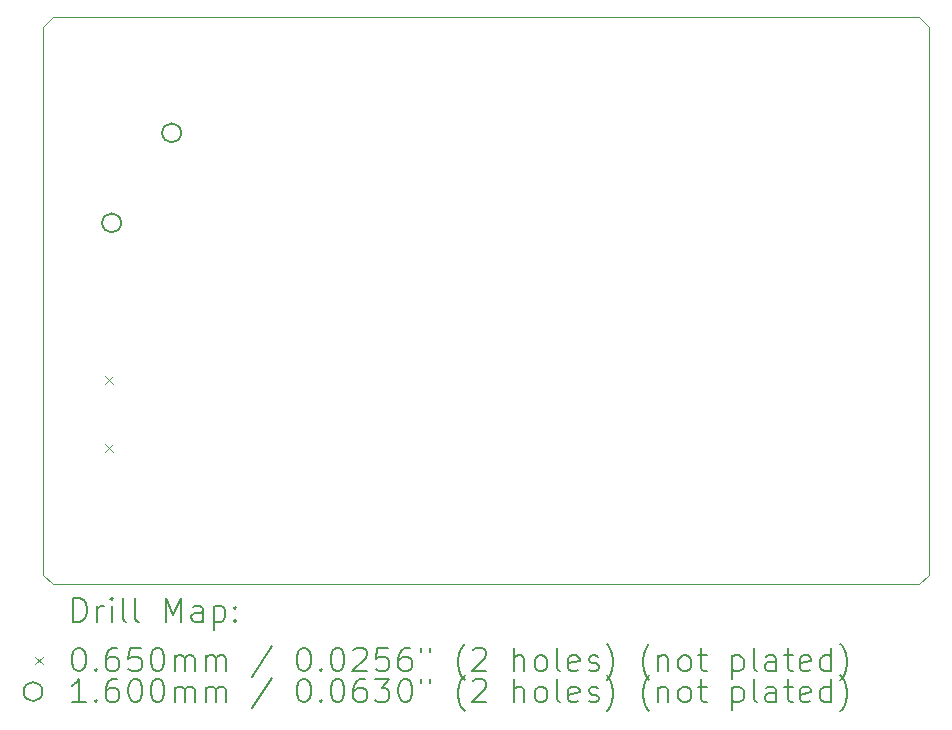
<source format=gbr>
%TF.GenerationSoftware,KiCad,Pcbnew,7.0.10*%
%TF.CreationDate,2024-02-24T17:37:48+01:00*%
%TF.ProjectId,rp2040-board,72703230-3430-42d6-926f-6172642e6b69,rev?*%
%TF.SameCoordinates,Original*%
%TF.FileFunction,Drillmap*%
%TF.FilePolarity,Positive*%
%FSLAX45Y45*%
G04 Gerber Fmt 4.5, Leading zero omitted, Abs format (unit mm)*
G04 Created by KiCad (PCBNEW 7.0.10) date 2024-02-24 17:37:48*
%MOMM*%
%LPD*%
G01*
G04 APERTURE LIST*
%ADD10C,0.100000*%
%ADD11C,0.200000*%
%ADD12C,0.160000*%
G04 APERTURE END LIST*
D10*
X10000000Y-11920000D02*
X10080000Y-12000000D01*
X10080000Y-12000000D02*
X17420000Y-12000000D01*
X17420000Y-12000000D02*
X17500000Y-11920000D01*
X17500000Y-7280000D02*
X17420000Y-7200000D01*
X17500000Y-11920000D02*
X17500000Y-7280000D01*
X10000000Y-7280000D02*
X10000000Y-11920000D01*
X17420000Y-7200000D02*
X10080000Y-7200000D01*
X10000000Y-7280000D02*
X10080000Y-7200000D01*
D11*
D10*
X10528000Y-10238500D02*
X10593000Y-10303500D01*
X10593000Y-10238500D02*
X10528000Y-10303500D01*
X10528000Y-10816500D02*
X10593000Y-10881500D01*
X10593000Y-10816500D02*
X10528000Y-10881500D01*
D12*
X10660000Y-8940000D02*
G75*
G03*
X10500000Y-8940000I-80000J0D01*
G01*
X10500000Y-8940000D02*
G75*
G03*
X10660000Y-8940000I80000J0D01*
G01*
X11168000Y-8178000D02*
G75*
G03*
X11008000Y-8178000I-80000J0D01*
G01*
X11008000Y-8178000D02*
G75*
G03*
X11168000Y-8178000I80000J0D01*
G01*
D11*
X10255777Y-12316484D02*
X10255777Y-12116484D01*
X10255777Y-12116484D02*
X10303396Y-12116484D01*
X10303396Y-12116484D02*
X10331967Y-12126008D01*
X10331967Y-12126008D02*
X10351015Y-12145055D01*
X10351015Y-12145055D02*
X10360539Y-12164103D01*
X10360539Y-12164103D02*
X10370063Y-12202198D01*
X10370063Y-12202198D02*
X10370063Y-12230769D01*
X10370063Y-12230769D02*
X10360539Y-12268865D01*
X10360539Y-12268865D02*
X10351015Y-12287912D01*
X10351015Y-12287912D02*
X10331967Y-12306960D01*
X10331967Y-12306960D02*
X10303396Y-12316484D01*
X10303396Y-12316484D02*
X10255777Y-12316484D01*
X10455777Y-12316484D02*
X10455777Y-12183150D01*
X10455777Y-12221246D02*
X10465301Y-12202198D01*
X10465301Y-12202198D02*
X10474824Y-12192674D01*
X10474824Y-12192674D02*
X10493872Y-12183150D01*
X10493872Y-12183150D02*
X10512920Y-12183150D01*
X10579586Y-12316484D02*
X10579586Y-12183150D01*
X10579586Y-12116484D02*
X10570063Y-12126008D01*
X10570063Y-12126008D02*
X10579586Y-12135531D01*
X10579586Y-12135531D02*
X10589110Y-12126008D01*
X10589110Y-12126008D02*
X10579586Y-12116484D01*
X10579586Y-12116484D02*
X10579586Y-12135531D01*
X10703396Y-12316484D02*
X10684348Y-12306960D01*
X10684348Y-12306960D02*
X10674824Y-12287912D01*
X10674824Y-12287912D02*
X10674824Y-12116484D01*
X10808158Y-12316484D02*
X10789110Y-12306960D01*
X10789110Y-12306960D02*
X10779586Y-12287912D01*
X10779586Y-12287912D02*
X10779586Y-12116484D01*
X11036729Y-12316484D02*
X11036729Y-12116484D01*
X11036729Y-12116484D02*
X11103396Y-12259341D01*
X11103396Y-12259341D02*
X11170063Y-12116484D01*
X11170063Y-12116484D02*
X11170063Y-12316484D01*
X11351015Y-12316484D02*
X11351015Y-12211722D01*
X11351015Y-12211722D02*
X11341491Y-12192674D01*
X11341491Y-12192674D02*
X11322443Y-12183150D01*
X11322443Y-12183150D02*
X11284348Y-12183150D01*
X11284348Y-12183150D02*
X11265301Y-12192674D01*
X11351015Y-12306960D02*
X11331967Y-12316484D01*
X11331967Y-12316484D02*
X11284348Y-12316484D01*
X11284348Y-12316484D02*
X11265301Y-12306960D01*
X11265301Y-12306960D02*
X11255777Y-12287912D01*
X11255777Y-12287912D02*
X11255777Y-12268865D01*
X11255777Y-12268865D02*
X11265301Y-12249817D01*
X11265301Y-12249817D02*
X11284348Y-12240293D01*
X11284348Y-12240293D02*
X11331967Y-12240293D01*
X11331967Y-12240293D02*
X11351015Y-12230769D01*
X11446253Y-12183150D02*
X11446253Y-12383150D01*
X11446253Y-12192674D02*
X11465301Y-12183150D01*
X11465301Y-12183150D02*
X11503396Y-12183150D01*
X11503396Y-12183150D02*
X11522443Y-12192674D01*
X11522443Y-12192674D02*
X11531967Y-12202198D01*
X11531967Y-12202198D02*
X11541491Y-12221246D01*
X11541491Y-12221246D02*
X11541491Y-12278388D01*
X11541491Y-12278388D02*
X11531967Y-12297436D01*
X11531967Y-12297436D02*
X11522443Y-12306960D01*
X11522443Y-12306960D02*
X11503396Y-12316484D01*
X11503396Y-12316484D02*
X11465301Y-12316484D01*
X11465301Y-12316484D02*
X11446253Y-12306960D01*
X11627205Y-12297436D02*
X11636729Y-12306960D01*
X11636729Y-12306960D02*
X11627205Y-12316484D01*
X11627205Y-12316484D02*
X11617682Y-12306960D01*
X11617682Y-12306960D02*
X11627205Y-12297436D01*
X11627205Y-12297436D02*
X11627205Y-12316484D01*
X11627205Y-12192674D02*
X11636729Y-12202198D01*
X11636729Y-12202198D02*
X11627205Y-12211722D01*
X11627205Y-12211722D02*
X11617682Y-12202198D01*
X11617682Y-12202198D02*
X11627205Y-12192674D01*
X11627205Y-12192674D02*
X11627205Y-12211722D01*
D10*
X9930000Y-12612500D02*
X9995000Y-12677500D01*
X9995000Y-12612500D02*
X9930000Y-12677500D01*
D11*
X10293872Y-12536484D02*
X10312920Y-12536484D01*
X10312920Y-12536484D02*
X10331967Y-12546008D01*
X10331967Y-12546008D02*
X10341491Y-12555531D01*
X10341491Y-12555531D02*
X10351015Y-12574579D01*
X10351015Y-12574579D02*
X10360539Y-12612674D01*
X10360539Y-12612674D02*
X10360539Y-12660293D01*
X10360539Y-12660293D02*
X10351015Y-12698388D01*
X10351015Y-12698388D02*
X10341491Y-12717436D01*
X10341491Y-12717436D02*
X10331967Y-12726960D01*
X10331967Y-12726960D02*
X10312920Y-12736484D01*
X10312920Y-12736484D02*
X10293872Y-12736484D01*
X10293872Y-12736484D02*
X10274824Y-12726960D01*
X10274824Y-12726960D02*
X10265301Y-12717436D01*
X10265301Y-12717436D02*
X10255777Y-12698388D01*
X10255777Y-12698388D02*
X10246253Y-12660293D01*
X10246253Y-12660293D02*
X10246253Y-12612674D01*
X10246253Y-12612674D02*
X10255777Y-12574579D01*
X10255777Y-12574579D02*
X10265301Y-12555531D01*
X10265301Y-12555531D02*
X10274824Y-12546008D01*
X10274824Y-12546008D02*
X10293872Y-12536484D01*
X10446253Y-12717436D02*
X10455777Y-12726960D01*
X10455777Y-12726960D02*
X10446253Y-12736484D01*
X10446253Y-12736484D02*
X10436729Y-12726960D01*
X10436729Y-12726960D02*
X10446253Y-12717436D01*
X10446253Y-12717436D02*
X10446253Y-12736484D01*
X10627205Y-12536484D02*
X10589110Y-12536484D01*
X10589110Y-12536484D02*
X10570063Y-12546008D01*
X10570063Y-12546008D02*
X10560539Y-12555531D01*
X10560539Y-12555531D02*
X10541491Y-12584103D01*
X10541491Y-12584103D02*
X10531967Y-12622198D01*
X10531967Y-12622198D02*
X10531967Y-12698388D01*
X10531967Y-12698388D02*
X10541491Y-12717436D01*
X10541491Y-12717436D02*
X10551015Y-12726960D01*
X10551015Y-12726960D02*
X10570063Y-12736484D01*
X10570063Y-12736484D02*
X10608158Y-12736484D01*
X10608158Y-12736484D02*
X10627205Y-12726960D01*
X10627205Y-12726960D02*
X10636729Y-12717436D01*
X10636729Y-12717436D02*
X10646253Y-12698388D01*
X10646253Y-12698388D02*
X10646253Y-12650769D01*
X10646253Y-12650769D02*
X10636729Y-12631722D01*
X10636729Y-12631722D02*
X10627205Y-12622198D01*
X10627205Y-12622198D02*
X10608158Y-12612674D01*
X10608158Y-12612674D02*
X10570063Y-12612674D01*
X10570063Y-12612674D02*
X10551015Y-12622198D01*
X10551015Y-12622198D02*
X10541491Y-12631722D01*
X10541491Y-12631722D02*
X10531967Y-12650769D01*
X10827205Y-12536484D02*
X10731967Y-12536484D01*
X10731967Y-12536484D02*
X10722444Y-12631722D01*
X10722444Y-12631722D02*
X10731967Y-12622198D01*
X10731967Y-12622198D02*
X10751015Y-12612674D01*
X10751015Y-12612674D02*
X10798634Y-12612674D01*
X10798634Y-12612674D02*
X10817682Y-12622198D01*
X10817682Y-12622198D02*
X10827205Y-12631722D01*
X10827205Y-12631722D02*
X10836729Y-12650769D01*
X10836729Y-12650769D02*
X10836729Y-12698388D01*
X10836729Y-12698388D02*
X10827205Y-12717436D01*
X10827205Y-12717436D02*
X10817682Y-12726960D01*
X10817682Y-12726960D02*
X10798634Y-12736484D01*
X10798634Y-12736484D02*
X10751015Y-12736484D01*
X10751015Y-12736484D02*
X10731967Y-12726960D01*
X10731967Y-12726960D02*
X10722444Y-12717436D01*
X10960539Y-12536484D02*
X10979586Y-12536484D01*
X10979586Y-12536484D02*
X10998634Y-12546008D01*
X10998634Y-12546008D02*
X11008158Y-12555531D01*
X11008158Y-12555531D02*
X11017682Y-12574579D01*
X11017682Y-12574579D02*
X11027205Y-12612674D01*
X11027205Y-12612674D02*
X11027205Y-12660293D01*
X11027205Y-12660293D02*
X11017682Y-12698388D01*
X11017682Y-12698388D02*
X11008158Y-12717436D01*
X11008158Y-12717436D02*
X10998634Y-12726960D01*
X10998634Y-12726960D02*
X10979586Y-12736484D01*
X10979586Y-12736484D02*
X10960539Y-12736484D01*
X10960539Y-12736484D02*
X10941491Y-12726960D01*
X10941491Y-12726960D02*
X10931967Y-12717436D01*
X10931967Y-12717436D02*
X10922444Y-12698388D01*
X10922444Y-12698388D02*
X10912920Y-12660293D01*
X10912920Y-12660293D02*
X10912920Y-12612674D01*
X10912920Y-12612674D02*
X10922444Y-12574579D01*
X10922444Y-12574579D02*
X10931967Y-12555531D01*
X10931967Y-12555531D02*
X10941491Y-12546008D01*
X10941491Y-12546008D02*
X10960539Y-12536484D01*
X11112920Y-12736484D02*
X11112920Y-12603150D01*
X11112920Y-12622198D02*
X11122444Y-12612674D01*
X11122444Y-12612674D02*
X11141491Y-12603150D01*
X11141491Y-12603150D02*
X11170063Y-12603150D01*
X11170063Y-12603150D02*
X11189110Y-12612674D01*
X11189110Y-12612674D02*
X11198634Y-12631722D01*
X11198634Y-12631722D02*
X11198634Y-12736484D01*
X11198634Y-12631722D02*
X11208158Y-12612674D01*
X11208158Y-12612674D02*
X11227205Y-12603150D01*
X11227205Y-12603150D02*
X11255777Y-12603150D01*
X11255777Y-12603150D02*
X11274824Y-12612674D01*
X11274824Y-12612674D02*
X11284348Y-12631722D01*
X11284348Y-12631722D02*
X11284348Y-12736484D01*
X11379586Y-12736484D02*
X11379586Y-12603150D01*
X11379586Y-12622198D02*
X11389110Y-12612674D01*
X11389110Y-12612674D02*
X11408158Y-12603150D01*
X11408158Y-12603150D02*
X11436729Y-12603150D01*
X11436729Y-12603150D02*
X11455777Y-12612674D01*
X11455777Y-12612674D02*
X11465301Y-12631722D01*
X11465301Y-12631722D02*
X11465301Y-12736484D01*
X11465301Y-12631722D02*
X11474824Y-12612674D01*
X11474824Y-12612674D02*
X11493872Y-12603150D01*
X11493872Y-12603150D02*
X11522443Y-12603150D01*
X11522443Y-12603150D02*
X11541491Y-12612674D01*
X11541491Y-12612674D02*
X11551015Y-12631722D01*
X11551015Y-12631722D02*
X11551015Y-12736484D01*
X11941491Y-12526960D02*
X11770063Y-12784103D01*
X12198634Y-12536484D02*
X12217682Y-12536484D01*
X12217682Y-12536484D02*
X12236729Y-12546008D01*
X12236729Y-12546008D02*
X12246253Y-12555531D01*
X12246253Y-12555531D02*
X12255777Y-12574579D01*
X12255777Y-12574579D02*
X12265301Y-12612674D01*
X12265301Y-12612674D02*
X12265301Y-12660293D01*
X12265301Y-12660293D02*
X12255777Y-12698388D01*
X12255777Y-12698388D02*
X12246253Y-12717436D01*
X12246253Y-12717436D02*
X12236729Y-12726960D01*
X12236729Y-12726960D02*
X12217682Y-12736484D01*
X12217682Y-12736484D02*
X12198634Y-12736484D01*
X12198634Y-12736484D02*
X12179586Y-12726960D01*
X12179586Y-12726960D02*
X12170063Y-12717436D01*
X12170063Y-12717436D02*
X12160539Y-12698388D01*
X12160539Y-12698388D02*
X12151015Y-12660293D01*
X12151015Y-12660293D02*
X12151015Y-12612674D01*
X12151015Y-12612674D02*
X12160539Y-12574579D01*
X12160539Y-12574579D02*
X12170063Y-12555531D01*
X12170063Y-12555531D02*
X12179586Y-12546008D01*
X12179586Y-12546008D02*
X12198634Y-12536484D01*
X12351015Y-12717436D02*
X12360539Y-12726960D01*
X12360539Y-12726960D02*
X12351015Y-12736484D01*
X12351015Y-12736484D02*
X12341491Y-12726960D01*
X12341491Y-12726960D02*
X12351015Y-12717436D01*
X12351015Y-12717436D02*
X12351015Y-12736484D01*
X12484348Y-12536484D02*
X12503396Y-12536484D01*
X12503396Y-12536484D02*
X12522444Y-12546008D01*
X12522444Y-12546008D02*
X12531967Y-12555531D01*
X12531967Y-12555531D02*
X12541491Y-12574579D01*
X12541491Y-12574579D02*
X12551015Y-12612674D01*
X12551015Y-12612674D02*
X12551015Y-12660293D01*
X12551015Y-12660293D02*
X12541491Y-12698388D01*
X12541491Y-12698388D02*
X12531967Y-12717436D01*
X12531967Y-12717436D02*
X12522444Y-12726960D01*
X12522444Y-12726960D02*
X12503396Y-12736484D01*
X12503396Y-12736484D02*
X12484348Y-12736484D01*
X12484348Y-12736484D02*
X12465301Y-12726960D01*
X12465301Y-12726960D02*
X12455777Y-12717436D01*
X12455777Y-12717436D02*
X12446253Y-12698388D01*
X12446253Y-12698388D02*
X12436729Y-12660293D01*
X12436729Y-12660293D02*
X12436729Y-12612674D01*
X12436729Y-12612674D02*
X12446253Y-12574579D01*
X12446253Y-12574579D02*
X12455777Y-12555531D01*
X12455777Y-12555531D02*
X12465301Y-12546008D01*
X12465301Y-12546008D02*
X12484348Y-12536484D01*
X12627206Y-12555531D02*
X12636729Y-12546008D01*
X12636729Y-12546008D02*
X12655777Y-12536484D01*
X12655777Y-12536484D02*
X12703396Y-12536484D01*
X12703396Y-12536484D02*
X12722444Y-12546008D01*
X12722444Y-12546008D02*
X12731967Y-12555531D01*
X12731967Y-12555531D02*
X12741491Y-12574579D01*
X12741491Y-12574579D02*
X12741491Y-12593627D01*
X12741491Y-12593627D02*
X12731967Y-12622198D01*
X12731967Y-12622198D02*
X12617682Y-12736484D01*
X12617682Y-12736484D02*
X12741491Y-12736484D01*
X12922444Y-12536484D02*
X12827206Y-12536484D01*
X12827206Y-12536484D02*
X12817682Y-12631722D01*
X12817682Y-12631722D02*
X12827206Y-12622198D01*
X12827206Y-12622198D02*
X12846253Y-12612674D01*
X12846253Y-12612674D02*
X12893872Y-12612674D01*
X12893872Y-12612674D02*
X12912920Y-12622198D01*
X12912920Y-12622198D02*
X12922444Y-12631722D01*
X12922444Y-12631722D02*
X12931967Y-12650769D01*
X12931967Y-12650769D02*
X12931967Y-12698388D01*
X12931967Y-12698388D02*
X12922444Y-12717436D01*
X12922444Y-12717436D02*
X12912920Y-12726960D01*
X12912920Y-12726960D02*
X12893872Y-12736484D01*
X12893872Y-12736484D02*
X12846253Y-12736484D01*
X12846253Y-12736484D02*
X12827206Y-12726960D01*
X12827206Y-12726960D02*
X12817682Y-12717436D01*
X13103396Y-12536484D02*
X13065301Y-12536484D01*
X13065301Y-12536484D02*
X13046253Y-12546008D01*
X13046253Y-12546008D02*
X13036729Y-12555531D01*
X13036729Y-12555531D02*
X13017682Y-12584103D01*
X13017682Y-12584103D02*
X13008158Y-12622198D01*
X13008158Y-12622198D02*
X13008158Y-12698388D01*
X13008158Y-12698388D02*
X13017682Y-12717436D01*
X13017682Y-12717436D02*
X13027206Y-12726960D01*
X13027206Y-12726960D02*
X13046253Y-12736484D01*
X13046253Y-12736484D02*
X13084348Y-12736484D01*
X13084348Y-12736484D02*
X13103396Y-12726960D01*
X13103396Y-12726960D02*
X13112920Y-12717436D01*
X13112920Y-12717436D02*
X13122444Y-12698388D01*
X13122444Y-12698388D02*
X13122444Y-12650769D01*
X13122444Y-12650769D02*
X13112920Y-12631722D01*
X13112920Y-12631722D02*
X13103396Y-12622198D01*
X13103396Y-12622198D02*
X13084348Y-12612674D01*
X13084348Y-12612674D02*
X13046253Y-12612674D01*
X13046253Y-12612674D02*
X13027206Y-12622198D01*
X13027206Y-12622198D02*
X13017682Y-12631722D01*
X13017682Y-12631722D02*
X13008158Y-12650769D01*
X13198634Y-12536484D02*
X13198634Y-12574579D01*
X13274825Y-12536484D02*
X13274825Y-12574579D01*
X13570063Y-12812674D02*
X13560539Y-12803150D01*
X13560539Y-12803150D02*
X13541491Y-12774579D01*
X13541491Y-12774579D02*
X13531968Y-12755531D01*
X13531968Y-12755531D02*
X13522444Y-12726960D01*
X13522444Y-12726960D02*
X13512920Y-12679341D01*
X13512920Y-12679341D02*
X13512920Y-12641246D01*
X13512920Y-12641246D02*
X13522444Y-12593627D01*
X13522444Y-12593627D02*
X13531968Y-12565055D01*
X13531968Y-12565055D02*
X13541491Y-12546008D01*
X13541491Y-12546008D02*
X13560539Y-12517436D01*
X13560539Y-12517436D02*
X13570063Y-12507912D01*
X13636729Y-12555531D02*
X13646253Y-12546008D01*
X13646253Y-12546008D02*
X13665301Y-12536484D01*
X13665301Y-12536484D02*
X13712920Y-12536484D01*
X13712920Y-12536484D02*
X13731968Y-12546008D01*
X13731968Y-12546008D02*
X13741491Y-12555531D01*
X13741491Y-12555531D02*
X13751015Y-12574579D01*
X13751015Y-12574579D02*
X13751015Y-12593627D01*
X13751015Y-12593627D02*
X13741491Y-12622198D01*
X13741491Y-12622198D02*
X13627206Y-12736484D01*
X13627206Y-12736484D02*
X13751015Y-12736484D01*
X13989110Y-12736484D02*
X13989110Y-12536484D01*
X14074825Y-12736484D02*
X14074825Y-12631722D01*
X14074825Y-12631722D02*
X14065301Y-12612674D01*
X14065301Y-12612674D02*
X14046253Y-12603150D01*
X14046253Y-12603150D02*
X14017682Y-12603150D01*
X14017682Y-12603150D02*
X13998634Y-12612674D01*
X13998634Y-12612674D02*
X13989110Y-12622198D01*
X14198634Y-12736484D02*
X14179587Y-12726960D01*
X14179587Y-12726960D02*
X14170063Y-12717436D01*
X14170063Y-12717436D02*
X14160539Y-12698388D01*
X14160539Y-12698388D02*
X14160539Y-12641246D01*
X14160539Y-12641246D02*
X14170063Y-12622198D01*
X14170063Y-12622198D02*
X14179587Y-12612674D01*
X14179587Y-12612674D02*
X14198634Y-12603150D01*
X14198634Y-12603150D02*
X14227206Y-12603150D01*
X14227206Y-12603150D02*
X14246253Y-12612674D01*
X14246253Y-12612674D02*
X14255777Y-12622198D01*
X14255777Y-12622198D02*
X14265301Y-12641246D01*
X14265301Y-12641246D02*
X14265301Y-12698388D01*
X14265301Y-12698388D02*
X14255777Y-12717436D01*
X14255777Y-12717436D02*
X14246253Y-12726960D01*
X14246253Y-12726960D02*
X14227206Y-12736484D01*
X14227206Y-12736484D02*
X14198634Y-12736484D01*
X14379587Y-12736484D02*
X14360539Y-12726960D01*
X14360539Y-12726960D02*
X14351015Y-12707912D01*
X14351015Y-12707912D02*
X14351015Y-12536484D01*
X14531968Y-12726960D02*
X14512920Y-12736484D01*
X14512920Y-12736484D02*
X14474825Y-12736484D01*
X14474825Y-12736484D02*
X14455777Y-12726960D01*
X14455777Y-12726960D02*
X14446253Y-12707912D01*
X14446253Y-12707912D02*
X14446253Y-12631722D01*
X14446253Y-12631722D02*
X14455777Y-12612674D01*
X14455777Y-12612674D02*
X14474825Y-12603150D01*
X14474825Y-12603150D02*
X14512920Y-12603150D01*
X14512920Y-12603150D02*
X14531968Y-12612674D01*
X14531968Y-12612674D02*
X14541491Y-12631722D01*
X14541491Y-12631722D02*
X14541491Y-12650769D01*
X14541491Y-12650769D02*
X14446253Y-12669817D01*
X14617682Y-12726960D02*
X14636730Y-12736484D01*
X14636730Y-12736484D02*
X14674825Y-12736484D01*
X14674825Y-12736484D02*
X14693872Y-12726960D01*
X14693872Y-12726960D02*
X14703396Y-12707912D01*
X14703396Y-12707912D02*
X14703396Y-12698388D01*
X14703396Y-12698388D02*
X14693872Y-12679341D01*
X14693872Y-12679341D02*
X14674825Y-12669817D01*
X14674825Y-12669817D02*
X14646253Y-12669817D01*
X14646253Y-12669817D02*
X14627206Y-12660293D01*
X14627206Y-12660293D02*
X14617682Y-12641246D01*
X14617682Y-12641246D02*
X14617682Y-12631722D01*
X14617682Y-12631722D02*
X14627206Y-12612674D01*
X14627206Y-12612674D02*
X14646253Y-12603150D01*
X14646253Y-12603150D02*
X14674825Y-12603150D01*
X14674825Y-12603150D02*
X14693872Y-12612674D01*
X14770063Y-12812674D02*
X14779587Y-12803150D01*
X14779587Y-12803150D02*
X14798634Y-12774579D01*
X14798634Y-12774579D02*
X14808158Y-12755531D01*
X14808158Y-12755531D02*
X14817682Y-12726960D01*
X14817682Y-12726960D02*
X14827206Y-12679341D01*
X14827206Y-12679341D02*
X14827206Y-12641246D01*
X14827206Y-12641246D02*
X14817682Y-12593627D01*
X14817682Y-12593627D02*
X14808158Y-12565055D01*
X14808158Y-12565055D02*
X14798634Y-12546008D01*
X14798634Y-12546008D02*
X14779587Y-12517436D01*
X14779587Y-12517436D02*
X14770063Y-12507912D01*
X15131968Y-12812674D02*
X15122444Y-12803150D01*
X15122444Y-12803150D02*
X15103396Y-12774579D01*
X15103396Y-12774579D02*
X15093872Y-12755531D01*
X15093872Y-12755531D02*
X15084349Y-12726960D01*
X15084349Y-12726960D02*
X15074825Y-12679341D01*
X15074825Y-12679341D02*
X15074825Y-12641246D01*
X15074825Y-12641246D02*
X15084349Y-12593627D01*
X15084349Y-12593627D02*
X15093872Y-12565055D01*
X15093872Y-12565055D02*
X15103396Y-12546008D01*
X15103396Y-12546008D02*
X15122444Y-12517436D01*
X15122444Y-12517436D02*
X15131968Y-12507912D01*
X15208158Y-12603150D02*
X15208158Y-12736484D01*
X15208158Y-12622198D02*
X15217682Y-12612674D01*
X15217682Y-12612674D02*
X15236730Y-12603150D01*
X15236730Y-12603150D02*
X15265301Y-12603150D01*
X15265301Y-12603150D02*
X15284349Y-12612674D01*
X15284349Y-12612674D02*
X15293872Y-12631722D01*
X15293872Y-12631722D02*
X15293872Y-12736484D01*
X15417682Y-12736484D02*
X15398634Y-12726960D01*
X15398634Y-12726960D02*
X15389111Y-12717436D01*
X15389111Y-12717436D02*
X15379587Y-12698388D01*
X15379587Y-12698388D02*
X15379587Y-12641246D01*
X15379587Y-12641246D02*
X15389111Y-12622198D01*
X15389111Y-12622198D02*
X15398634Y-12612674D01*
X15398634Y-12612674D02*
X15417682Y-12603150D01*
X15417682Y-12603150D02*
X15446253Y-12603150D01*
X15446253Y-12603150D02*
X15465301Y-12612674D01*
X15465301Y-12612674D02*
X15474825Y-12622198D01*
X15474825Y-12622198D02*
X15484349Y-12641246D01*
X15484349Y-12641246D02*
X15484349Y-12698388D01*
X15484349Y-12698388D02*
X15474825Y-12717436D01*
X15474825Y-12717436D02*
X15465301Y-12726960D01*
X15465301Y-12726960D02*
X15446253Y-12736484D01*
X15446253Y-12736484D02*
X15417682Y-12736484D01*
X15541492Y-12603150D02*
X15617682Y-12603150D01*
X15570063Y-12536484D02*
X15570063Y-12707912D01*
X15570063Y-12707912D02*
X15579587Y-12726960D01*
X15579587Y-12726960D02*
X15598634Y-12736484D01*
X15598634Y-12736484D02*
X15617682Y-12736484D01*
X15836730Y-12603150D02*
X15836730Y-12803150D01*
X15836730Y-12612674D02*
X15855777Y-12603150D01*
X15855777Y-12603150D02*
X15893873Y-12603150D01*
X15893873Y-12603150D02*
X15912920Y-12612674D01*
X15912920Y-12612674D02*
X15922444Y-12622198D01*
X15922444Y-12622198D02*
X15931968Y-12641246D01*
X15931968Y-12641246D02*
X15931968Y-12698388D01*
X15931968Y-12698388D02*
X15922444Y-12717436D01*
X15922444Y-12717436D02*
X15912920Y-12726960D01*
X15912920Y-12726960D02*
X15893873Y-12736484D01*
X15893873Y-12736484D02*
X15855777Y-12736484D01*
X15855777Y-12736484D02*
X15836730Y-12726960D01*
X16046253Y-12736484D02*
X16027206Y-12726960D01*
X16027206Y-12726960D02*
X16017682Y-12707912D01*
X16017682Y-12707912D02*
X16017682Y-12536484D01*
X16208158Y-12736484D02*
X16208158Y-12631722D01*
X16208158Y-12631722D02*
X16198634Y-12612674D01*
X16198634Y-12612674D02*
X16179587Y-12603150D01*
X16179587Y-12603150D02*
X16141492Y-12603150D01*
X16141492Y-12603150D02*
X16122444Y-12612674D01*
X16208158Y-12726960D02*
X16189111Y-12736484D01*
X16189111Y-12736484D02*
X16141492Y-12736484D01*
X16141492Y-12736484D02*
X16122444Y-12726960D01*
X16122444Y-12726960D02*
X16112920Y-12707912D01*
X16112920Y-12707912D02*
X16112920Y-12688865D01*
X16112920Y-12688865D02*
X16122444Y-12669817D01*
X16122444Y-12669817D02*
X16141492Y-12660293D01*
X16141492Y-12660293D02*
X16189111Y-12660293D01*
X16189111Y-12660293D02*
X16208158Y-12650769D01*
X16274825Y-12603150D02*
X16351015Y-12603150D01*
X16303396Y-12536484D02*
X16303396Y-12707912D01*
X16303396Y-12707912D02*
X16312920Y-12726960D01*
X16312920Y-12726960D02*
X16331968Y-12736484D01*
X16331968Y-12736484D02*
X16351015Y-12736484D01*
X16493873Y-12726960D02*
X16474825Y-12736484D01*
X16474825Y-12736484D02*
X16436730Y-12736484D01*
X16436730Y-12736484D02*
X16417682Y-12726960D01*
X16417682Y-12726960D02*
X16408158Y-12707912D01*
X16408158Y-12707912D02*
X16408158Y-12631722D01*
X16408158Y-12631722D02*
X16417682Y-12612674D01*
X16417682Y-12612674D02*
X16436730Y-12603150D01*
X16436730Y-12603150D02*
X16474825Y-12603150D01*
X16474825Y-12603150D02*
X16493873Y-12612674D01*
X16493873Y-12612674D02*
X16503396Y-12631722D01*
X16503396Y-12631722D02*
X16503396Y-12650769D01*
X16503396Y-12650769D02*
X16408158Y-12669817D01*
X16674825Y-12736484D02*
X16674825Y-12536484D01*
X16674825Y-12726960D02*
X16655777Y-12736484D01*
X16655777Y-12736484D02*
X16617682Y-12736484D01*
X16617682Y-12736484D02*
X16598634Y-12726960D01*
X16598634Y-12726960D02*
X16589111Y-12717436D01*
X16589111Y-12717436D02*
X16579587Y-12698388D01*
X16579587Y-12698388D02*
X16579587Y-12641246D01*
X16579587Y-12641246D02*
X16589111Y-12622198D01*
X16589111Y-12622198D02*
X16598634Y-12612674D01*
X16598634Y-12612674D02*
X16617682Y-12603150D01*
X16617682Y-12603150D02*
X16655777Y-12603150D01*
X16655777Y-12603150D02*
X16674825Y-12612674D01*
X16751015Y-12812674D02*
X16760539Y-12803150D01*
X16760539Y-12803150D02*
X16779587Y-12774579D01*
X16779587Y-12774579D02*
X16789111Y-12755531D01*
X16789111Y-12755531D02*
X16798635Y-12726960D01*
X16798635Y-12726960D02*
X16808158Y-12679341D01*
X16808158Y-12679341D02*
X16808158Y-12641246D01*
X16808158Y-12641246D02*
X16798635Y-12593627D01*
X16798635Y-12593627D02*
X16789111Y-12565055D01*
X16789111Y-12565055D02*
X16779587Y-12546008D01*
X16779587Y-12546008D02*
X16760539Y-12517436D01*
X16760539Y-12517436D02*
X16751015Y-12507912D01*
D12*
X9995000Y-12909000D02*
G75*
G03*
X9835000Y-12909000I-80000J0D01*
G01*
X9835000Y-12909000D02*
G75*
G03*
X9995000Y-12909000I80000J0D01*
G01*
D11*
X10360539Y-13000484D02*
X10246253Y-13000484D01*
X10303396Y-13000484D02*
X10303396Y-12800484D01*
X10303396Y-12800484D02*
X10284348Y-12829055D01*
X10284348Y-12829055D02*
X10265301Y-12848103D01*
X10265301Y-12848103D02*
X10246253Y-12857627D01*
X10446253Y-12981436D02*
X10455777Y-12990960D01*
X10455777Y-12990960D02*
X10446253Y-13000484D01*
X10446253Y-13000484D02*
X10436729Y-12990960D01*
X10436729Y-12990960D02*
X10446253Y-12981436D01*
X10446253Y-12981436D02*
X10446253Y-13000484D01*
X10627205Y-12800484D02*
X10589110Y-12800484D01*
X10589110Y-12800484D02*
X10570063Y-12810008D01*
X10570063Y-12810008D02*
X10560539Y-12819531D01*
X10560539Y-12819531D02*
X10541491Y-12848103D01*
X10541491Y-12848103D02*
X10531967Y-12886198D01*
X10531967Y-12886198D02*
X10531967Y-12962388D01*
X10531967Y-12962388D02*
X10541491Y-12981436D01*
X10541491Y-12981436D02*
X10551015Y-12990960D01*
X10551015Y-12990960D02*
X10570063Y-13000484D01*
X10570063Y-13000484D02*
X10608158Y-13000484D01*
X10608158Y-13000484D02*
X10627205Y-12990960D01*
X10627205Y-12990960D02*
X10636729Y-12981436D01*
X10636729Y-12981436D02*
X10646253Y-12962388D01*
X10646253Y-12962388D02*
X10646253Y-12914769D01*
X10646253Y-12914769D02*
X10636729Y-12895722D01*
X10636729Y-12895722D02*
X10627205Y-12886198D01*
X10627205Y-12886198D02*
X10608158Y-12876674D01*
X10608158Y-12876674D02*
X10570063Y-12876674D01*
X10570063Y-12876674D02*
X10551015Y-12886198D01*
X10551015Y-12886198D02*
X10541491Y-12895722D01*
X10541491Y-12895722D02*
X10531967Y-12914769D01*
X10770063Y-12800484D02*
X10789110Y-12800484D01*
X10789110Y-12800484D02*
X10808158Y-12810008D01*
X10808158Y-12810008D02*
X10817682Y-12819531D01*
X10817682Y-12819531D02*
X10827205Y-12838579D01*
X10827205Y-12838579D02*
X10836729Y-12876674D01*
X10836729Y-12876674D02*
X10836729Y-12924293D01*
X10836729Y-12924293D02*
X10827205Y-12962388D01*
X10827205Y-12962388D02*
X10817682Y-12981436D01*
X10817682Y-12981436D02*
X10808158Y-12990960D01*
X10808158Y-12990960D02*
X10789110Y-13000484D01*
X10789110Y-13000484D02*
X10770063Y-13000484D01*
X10770063Y-13000484D02*
X10751015Y-12990960D01*
X10751015Y-12990960D02*
X10741491Y-12981436D01*
X10741491Y-12981436D02*
X10731967Y-12962388D01*
X10731967Y-12962388D02*
X10722444Y-12924293D01*
X10722444Y-12924293D02*
X10722444Y-12876674D01*
X10722444Y-12876674D02*
X10731967Y-12838579D01*
X10731967Y-12838579D02*
X10741491Y-12819531D01*
X10741491Y-12819531D02*
X10751015Y-12810008D01*
X10751015Y-12810008D02*
X10770063Y-12800484D01*
X10960539Y-12800484D02*
X10979586Y-12800484D01*
X10979586Y-12800484D02*
X10998634Y-12810008D01*
X10998634Y-12810008D02*
X11008158Y-12819531D01*
X11008158Y-12819531D02*
X11017682Y-12838579D01*
X11017682Y-12838579D02*
X11027205Y-12876674D01*
X11027205Y-12876674D02*
X11027205Y-12924293D01*
X11027205Y-12924293D02*
X11017682Y-12962388D01*
X11017682Y-12962388D02*
X11008158Y-12981436D01*
X11008158Y-12981436D02*
X10998634Y-12990960D01*
X10998634Y-12990960D02*
X10979586Y-13000484D01*
X10979586Y-13000484D02*
X10960539Y-13000484D01*
X10960539Y-13000484D02*
X10941491Y-12990960D01*
X10941491Y-12990960D02*
X10931967Y-12981436D01*
X10931967Y-12981436D02*
X10922444Y-12962388D01*
X10922444Y-12962388D02*
X10912920Y-12924293D01*
X10912920Y-12924293D02*
X10912920Y-12876674D01*
X10912920Y-12876674D02*
X10922444Y-12838579D01*
X10922444Y-12838579D02*
X10931967Y-12819531D01*
X10931967Y-12819531D02*
X10941491Y-12810008D01*
X10941491Y-12810008D02*
X10960539Y-12800484D01*
X11112920Y-13000484D02*
X11112920Y-12867150D01*
X11112920Y-12886198D02*
X11122444Y-12876674D01*
X11122444Y-12876674D02*
X11141491Y-12867150D01*
X11141491Y-12867150D02*
X11170063Y-12867150D01*
X11170063Y-12867150D02*
X11189110Y-12876674D01*
X11189110Y-12876674D02*
X11198634Y-12895722D01*
X11198634Y-12895722D02*
X11198634Y-13000484D01*
X11198634Y-12895722D02*
X11208158Y-12876674D01*
X11208158Y-12876674D02*
X11227205Y-12867150D01*
X11227205Y-12867150D02*
X11255777Y-12867150D01*
X11255777Y-12867150D02*
X11274824Y-12876674D01*
X11274824Y-12876674D02*
X11284348Y-12895722D01*
X11284348Y-12895722D02*
X11284348Y-13000484D01*
X11379586Y-13000484D02*
X11379586Y-12867150D01*
X11379586Y-12886198D02*
X11389110Y-12876674D01*
X11389110Y-12876674D02*
X11408158Y-12867150D01*
X11408158Y-12867150D02*
X11436729Y-12867150D01*
X11436729Y-12867150D02*
X11455777Y-12876674D01*
X11455777Y-12876674D02*
X11465301Y-12895722D01*
X11465301Y-12895722D02*
X11465301Y-13000484D01*
X11465301Y-12895722D02*
X11474824Y-12876674D01*
X11474824Y-12876674D02*
X11493872Y-12867150D01*
X11493872Y-12867150D02*
X11522443Y-12867150D01*
X11522443Y-12867150D02*
X11541491Y-12876674D01*
X11541491Y-12876674D02*
X11551015Y-12895722D01*
X11551015Y-12895722D02*
X11551015Y-13000484D01*
X11941491Y-12790960D02*
X11770063Y-13048103D01*
X12198634Y-12800484D02*
X12217682Y-12800484D01*
X12217682Y-12800484D02*
X12236729Y-12810008D01*
X12236729Y-12810008D02*
X12246253Y-12819531D01*
X12246253Y-12819531D02*
X12255777Y-12838579D01*
X12255777Y-12838579D02*
X12265301Y-12876674D01*
X12265301Y-12876674D02*
X12265301Y-12924293D01*
X12265301Y-12924293D02*
X12255777Y-12962388D01*
X12255777Y-12962388D02*
X12246253Y-12981436D01*
X12246253Y-12981436D02*
X12236729Y-12990960D01*
X12236729Y-12990960D02*
X12217682Y-13000484D01*
X12217682Y-13000484D02*
X12198634Y-13000484D01*
X12198634Y-13000484D02*
X12179586Y-12990960D01*
X12179586Y-12990960D02*
X12170063Y-12981436D01*
X12170063Y-12981436D02*
X12160539Y-12962388D01*
X12160539Y-12962388D02*
X12151015Y-12924293D01*
X12151015Y-12924293D02*
X12151015Y-12876674D01*
X12151015Y-12876674D02*
X12160539Y-12838579D01*
X12160539Y-12838579D02*
X12170063Y-12819531D01*
X12170063Y-12819531D02*
X12179586Y-12810008D01*
X12179586Y-12810008D02*
X12198634Y-12800484D01*
X12351015Y-12981436D02*
X12360539Y-12990960D01*
X12360539Y-12990960D02*
X12351015Y-13000484D01*
X12351015Y-13000484D02*
X12341491Y-12990960D01*
X12341491Y-12990960D02*
X12351015Y-12981436D01*
X12351015Y-12981436D02*
X12351015Y-13000484D01*
X12484348Y-12800484D02*
X12503396Y-12800484D01*
X12503396Y-12800484D02*
X12522444Y-12810008D01*
X12522444Y-12810008D02*
X12531967Y-12819531D01*
X12531967Y-12819531D02*
X12541491Y-12838579D01*
X12541491Y-12838579D02*
X12551015Y-12876674D01*
X12551015Y-12876674D02*
X12551015Y-12924293D01*
X12551015Y-12924293D02*
X12541491Y-12962388D01*
X12541491Y-12962388D02*
X12531967Y-12981436D01*
X12531967Y-12981436D02*
X12522444Y-12990960D01*
X12522444Y-12990960D02*
X12503396Y-13000484D01*
X12503396Y-13000484D02*
X12484348Y-13000484D01*
X12484348Y-13000484D02*
X12465301Y-12990960D01*
X12465301Y-12990960D02*
X12455777Y-12981436D01*
X12455777Y-12981436D02*
X12446253Y-12962388D01*
X12446253Y-12962388D02*
X12436729Y-12924293D01*
X12436729Y-12924293D02*
X12436729Y-12876674D01*
X12436729Y-12876674D02*
X12446253Y-12838579D01*
X12446253Y-12838579D02*
X12455777Y-12819531D01*
X12455777Y-12819531D02*
X12465301Y-12810008D01*
X12465301Y-12810008D02*
X12484348Y-12800484D01*
X12722444Y-12800484D02*
X12684348Y-12800484D01*
X12684348Y-12800484D02*
X12665301Y-12810008D01*
X12665301Y-12810008D02*
X12655777Y-12819531D01*
X12655777Y-12819531D02*
X12636729Y-12848103D01*
X12636729Y-12848103D02*
X12627206Y-12886198D01*
X12627206Y-12886198D02*
X12627206Y-12962388D01*
X12627206Y-12962388D02*
X12636729Y-12981436D01*
X12636729Y-12981436D02*
X12646253Y-12990960D01*
X12646253Y-12990960D02*
X12665301Y-13000484D01*
X12665301Y-13000484D02*
X12703396Y-13000484D01*
X12703396Y-13000484D02*
X12722444Y-12990960D01*
X12722444Y-12990960D02*
X12731967Y-12981436D01*
X12731967Y-12981436D02*
X12741491Y-12962388D01*
X12741491Y-12962388D02*
X12741491Y-12914769D01*
X12741491Y-12914769D02*
X12731967Y-12895722D01*
X12731967Y-12895722D02*
X12722444Y-12886198D01*
X12722444Y-12886198D02*
X12703396Y-12876674D01*
X12703396Y-12876674D02*
X12665301Y-12876674D01*
X12665301Y-12876674D02*
X12646253Y-12886198D01*
X12646253Y-12886198D02*
X12636729Y-12895722D01*
X12636729Y-12895722D02*
X12627206Y-12914769D01*
X12808158Y-12800484D02*
X12931967Y-12800484D01*
X12931967Y-12800484D02*
X12865301Y-12876674D01*
X12865301Y-12876674D02*
X12893872Y-12876674D01*
X12893872Y-12876674D02*
X12912920Y-12886198D01*
X12912920Y-12886198D02*
X12922444Y-12895722D01*
X12922444Y-12895722D02*
X12931967Y-12914769D01*
X12931967Y-12914769D02*
X12931967Y-12962388D01*
X12931967Y-12962388D02*
X12922444Y-12981436D01*
X12922444Y-12981436D02*
X12912920Y-12990960D01*
X12912920Y-12990960D02*
X12893872Y-13000484D01*
X12893872Y-13000484D02*
X12836729Y-13000484D01*
X12836729Y-13000484D02*
X12817682Y-12990960D01*
X12817682Y-12990960D02*
X12808158Y-12981436D01*
X13055777Y-12800484D02*
X13074825Y-12800484D01*
X13074825Y-12800484D02*
X13093872Y-12810008D01*
X13093872Y-12810008D02*
X13103396Y-12819531D01*
X13103396Y-12819531D02*
X13112920Y-12838579D01*
X13112920Y-12838579D02*
X13122444Y-12876674D01*
X13122444Y-12876674D02*
X13122444Y-12924293D01*
X13122444Y-12924293D02*
X13112920Y-12962388D01*
X13112920Y-12962388D02*
X13103396Y-12981436D01*
X13103396Y-12981436D02*
X13093872Y-12990960D01*
X13093872Y-12990960D02*
X13074825Y-13000484D01*
X13074825Y-13000484D02*
X13055777Y-13000484D01*
X13055777Y-13000484D02*
X13036729Y-12990960D01*
X13036729Y-12990960D02*
X13027206Y-12981436D01*
X13027206Y-12981436D02*
X13017682Y-12962388D01*
X13017682Y-12962388D02*
X13008158Y-12924293D01*
X13008158Y-12924293D02*
X13008158Y-12876674D01*
X13008158Y-12876674D02*
X13017682Y-12838579D01*
X13017682Y-12838579D02*
X13027206Y-12819531D01*
X13027206Y-12819531D02*
X13036729Y-12810008D01*
X13036729Y-12810008D02*
X13055777Y-12800484D01*
X13198634Y-12800484D02*
X13198634Y-12838579D01*
X13274825Y-12800484D02*
X13274825Y-12838579D01*
X13570063Y-13076674D02*
X13560539Y-13067150D01*
X13560539Y-13067150D02*
X13541491Y-13038579D01*
X13541491Y-13038579D02*
X13531968Y-13019531D01*
X13531968Y-13019531D02*
X13522444Y-12990960D01*
X13522444Y-12990960D02*
X13512920Y-12943341D01*
X13512920Y-12943341D02*
X13512920Y-12905246D01*
X13512920Y-12905246D02*
X13522444Y-12857627D01*
X13522444Y-12857627D02*
X13531968Y-12829055D01*
X13531968Y-12829055D02*
X13541491Y-12810008D01*
X13541491Y-12810008D02*
X13560539Y-12781436D01*
X13560539Y-12781436D02*
X13570063Y-12771912D01*
X13636729Y-12819531D02*
X13646253Y-12810008D01*
X13646253Y-12810008D02*
X13665301Y-12800484D01*
X13665301Y-12800484D02*
X13712920Y-12800484D01*
X13712920Y-12800484D02*
X13731968Y-12810008D01*
X13731968Y-12810008D02*
X13741491Y-12819531D01*
X13741491Y-12819531D02*
X13751015Y-12838579D01*
X13751015Y-12838579D02*
X13751015Y-12857627D01*
X13751015Y-12857627D02*
X13741491Y-12886198D01*
X13741491Y-12886198D02*
X13627206Y-13000484D01*
X13627206Y-13000484D02*
X13751015Y-13000484D01*
X13989110Y-13000484D02*
X13989110Y-12800484D01*
X14074825Y-13000484D02*
X14074825Y-12895722D01*
X14074825Y-12895722D02*
X14065301Y-12876674D01*
X14065301Y-12876674D02*
X14046253Y-12867150D01*
X14046253Y-12867150D02*
X14017682Y-12867150D01*
X14017682Y-12867150D02*
X13998634Y-12876674D01*
X13998634Y-12876674D02*
X13989110Y-12886198D01*
X14198634Y-13000484D02*
X14179587Y-12990960D01*
X14179587Y-12990960D02*
X14170063Y-12981436D01*
X14170063Y-12981436D02*
X14160539Y-12962388D01*
X14160539Y-12962388D02*
X14160539Y-12905246D01*
X14160539Y-12905246D02*
X14170063Y-12886198D01*
X14170063Y-12886198D02*
X14179587Y-12876674D01*
X14179587Y-12876674D02*
X14198634Y-12867150D01*
X14198634Y-12867150D02*
X14227206Y-12867150D01*
X14227206Y-12867150D02*
X14246253Y-12876674D01*
X14246253Y-12876674D02*
X14255777Y-12886198D01*
X14255777Y-12886198D02*
X14265301Y-12905246D01*
X14265301Y-12905246D02*
X14265301Y-12962388D01*
X14265301Y-12962388D02*
X14255777Y-12981436D01*
X14255777Y-12981436D02*
X14246253Y-12990960D01*
X14246253Y-12990960D02*
X14227206Y-13000484D01*
X14227206Y-13000484D02*
X14198634Y-13000484D01*
X14379587Y-13000484D02*
X14360539Y-12990960D01*
X14360539Y-12990960D02*
X14351015Y-12971912D01*
X14351015Y-12971912D02*
X14351015Y-12800484D01*
X14531968Y-12990960D02*
X14512920Y-13000484D01*
X14512920Y-13000484D02*
X14474825Y-13000484D01*
X14474825Y-13000484D02*
X14455777Y-12990960D01*
X14455777Y-12990960D02*
X14446253Y-12971912D01*
X14446253Y-12971912D02*
X14446253Y-12895722D01*
X14446253Y-12895722D02*
X14455777Y-12876674D01*
X14455777Y-12876674D02*
X14474825Y-12867150D01*
X14474825Y-12867150D02*
X14512920Y-12867150D01*
X14512920Y-12867150D02*
X14531968Y-12876674D01*
X14531968Y-12876674D02*
X14541491Y-12895722D01*
X14541491Y-12895722D02*
X14541491Y-12914769D01*
X14541491Y-12914769D02*
X14446253Y-12933817D01*
X14617682Y-12990960D02*
X14636730Y-13000484D01*
X14636730Y-13000484D02*
X14674825Y-13000484D01*
X14674825Y-13000484D02*
X14693872Y-12990960D01*
X14693872Y-12990960D02*
X14703396Y-12971912D01*
X14703396Y-12971912D02*
X14703396Y-12962388D01*
X14703396Y-12962388D02*
X14693872Y-12943341D01*
X14693872Y-12943341D02*
X14674825Y-12933817D01*
X14674825Y-12933817D02*
X14646253Y-12933817D01*
X14646253Y-12933817D02*
X14627206Y-12924293D01*
X14627206Y-12924293D02*
X14617682Y-12905246D01*
X14617682Y-12905246D02*
X14617682Y-12895722D01*
X14617682Y-12895722D02*
X14627206Y-12876674D01*
X14627206Y-12876674D02*
X14646253Y-12867150D01*
X14646253Y-12867150D02*
X14674825Y-12867150D01*
X14674825Y-12867150D02*
X14693872Y-12876674D01*
X14770063Y-13076674D02*
X14779587Y-13067150D01*
X14779587Y-13067150D02*
X14798634Y-13038579D01*
X14798634Y-13038579D02*
X14808158Y-13019531D01*
X14808158Y-13019531D02*
X14817682Y-12990960D01*
X14817682Y-12990960D02*
X14827206Y-12943341D01*
X14827206Y-12943341D02*
X14827206Y-12905246D01*
X14827206Y-12905246D02*
X14817682Y-12857627D01*
X14817682Y-12857627D02*
X14808158Y-12829055D01*
X14808158Y-12829055D02*
X14798634Y-12810008D01*
X14798634Y-12810008D02*
X14779587Y-12781436D01*
X14779587Y-12781436D02*
X14770063Y-12771912D01*
X15131968Y-13076674D02*
X15122444Y-13067150D01*
X15122444Y-13067150D02*
X15103396Y-13038579D01*
X15103396Y-13038579D02*
X15093872Y-13019531D01*
X15093872Y-13019531D02*
X15084349Y-12990960D01*
X15084349Y-12990960D02*
X15074825Y-12943341D01*
X15074825Y-12943341D02*
X15074825Y-12905246D01*
X15074825Y-12905246D02*
X15084349Y-12857627D01*
X15084349Y-12857627D02*
X15093872Y-12829055D01*
X15093872Y-12829055D02*
X15103396Y-12810008D01*
X15103396Y-12810008D02*
X15122444Y-12781436D01*
X15122444Y-12781436D02*
X15131968Y-12771912D01*
X15208158Y-12867150D02*
X15208158Y-13000484D01*
X15208158Y-12886198D02*
X15217682Y-12876674D01*
X15217682Y-12876674D02*
X15236730Y-12867150D01*
X15236730Y-12867150D02*
X15265301Y-12867150D01*
X15265301Y-12867150D02*
X15284349Y-12876674D01*
X15284349Y-12876674D02*
X15293872Y-12895722D01*
X15293872Y-12895722D02*
X15293872Y-13000484D01*
X15417682Y-13000484D02*
X15398634Y-12990960D01*
X15398634Y-12990960D02*
X15389111Y-12981436D01*
X15389111Y-12981436D02*
X15379587Y-12962388D01*
X15379587Y-12962388D02*
X15379587Y-12905246D01*
X15379587Y-12905246D02*
X15389111Y-12886198D01*
X15389111Y-12886198D02*
X15398634Y-12876674D01*
X15398634Y-12876674D02*
X15417682Y-12867150D01*
X15417682Y-12867150D02*
X15446253Y-12867150D01*
X15446253Y-12867150D02*
X15465301Y-12876674D01*
X15465301Y-12876674D02*
X15474825Y-12886198D01*
X15474825Y-12886198D02*
X15484349Y-12905246D01*
X15484349Y-12905246D02*
X15484349Y-12962388D01*
X15484349Y-12962388D02*
X15474825Y-12981436D01*
X15474825Y-12981436D02*
X15465301Y-12990960D01*
X15465301Y-12990960D02*
X15446253Y-13000484D01*
X15446253Y-13000484D02*
X15417682Y-13000484D01*
X15541492Y-12867150D02*
X15617682Y-12867150D01*
X15570063Y-12800484D02*
X15570063Y-12971912D01*
X15570063Y-12971912D02*
X15579587Y-12990960D01*
X15579587Y-12990960D02*
X15598634Y-13000484D01*
X15598634Y-13000484D02*
X15617682Y-13000484D01*
X15836730Y-12867150D02*
X15836730Y-13067150D01*
X15836730Y-12876674D02*
X15855777Y-12867150D01*
X15855777Y-12867150D02*
X15893873Y-12867150D01*
X15893873Y-12867150D02*
X15912920Y-12876674D01*
X15912920Y-12876674D02*
X15922444Y-12886198D01*
X15922444Y-12886198D02*
X15931968Y-12905246D01*
X15931968Y-12905246D02*
X15931968Y-12962388D01*
X15931968Y-12962388D02*
X15922444Y-12981436D01*
X15922444Y-12981436D02*
X15912920Y-12990960D01*
X15912920Y-12990960D02*
X15893873Y-13000484D01*
X15893873Y-13000484D02*
X15855777Y-13000484D01*
X15855777Y-13000484D02*
X15836730Y-12990960D01*
X16046253Y-13000484D02*
X16027206Y-12990960D01*
X16027206Y-12990960D02*
X16017682Y-12971912D01*
X16017682Y-12971912D02*
X16017682Y-12800484D01*
X16208158Y-13000484D02*
X16208158Y-12895722D01*
X16208158Y-12895722D02*
X16198634Y-12876674D01*
X16198634Y-12876674D02*
X16179587Y-12867150D01*
X16179587Y-12867150D02*
X16141492Y-12867150D01*
X16141492Y-12867150D02*
X16122444Y-12876674D01*
X16208158Y-12990960D02*
X16189111Y-13000484D01*
X16189111Y-13000484D02*
X16141492Y-13000484D01*
X16141492Y-13000484D02*
X16122444Y-12990960D01*
X16122444Y-12990960D02*
X16112920Y-12971912D01*
X16112920Y-12971912D02*
X16112920Y-12952865D01*
X16112920Y-12952865D02*
X16122444Y-12933817D01*
X16122444Y-12933817D02*
X16141492Y-12924293D01*
X16141492Y-12924293D02*
X16189111Y-12924293D01*
X16189111Y-12924293D02*
X16208158Y-12914769D01*
X16274825Y-12867150D02*
X16351015Y-12867150D01*
X16303396Y-12800484D02*
X16303396Y-12971912D01*
X16303396Y-12971912D02*
X16312920Y-12990960D01*
X16312920Y-12990960D02*
X16331968Y-13000484D01*
X16331968Y-13000484D02*
X16351015Y-13000484D01*
X16493873Y-12990960D02*
X16474825Y-13000484D01*
X16474825Y-13000484D02*
X16436730Y-13000484D01*
X16436730Y-13000484D02*
X16417682Y-12990960D01*
X16417682Y-12990960D02*
X16408158Y-12971912D01*
X16408158Y-12971912D02*
X16408158Y-12895722D01*
X16408158Y-12895722D02*
X16417682Y-12876674D01*
X16417682Y-12876674D02*
X16436730Y-12867150D01*
X16436730Y-12867150D02*
X16474825Y-12867150D01*
X16474825Y-12867150D02*
X16493873Y-12876674D01*
X16493873Y-12876674D02*
X16503396Y-12895722D01*
X16503396Y-12895722D02*
X16503396Y-12914769D01*
X16503396Y-12914769D02*
X16408158Y-12933817D01*
X16674825Y-13000484D02*
X16674825Y-12800484D01*
X16674825Y-12990960D02*
X16655777Y-13000484D01*
X16655777Y-13000484D02*
X16617682Y-13000484D01*
X16617682Y-13000484D02*
X16598634Y-12990960D01*
X16598634Y-12990960D02*
X16589111Y-12981436D01*
X16589111Y-12981436D02*
X16579587Y-12962388D01*
X16579587Y-12962388D02*
X16579587Y-12905246D01*
X16579587Y-12905246D02*
X16589111Y-12886198D01*
X16589111Y-12886198D02*
X16598634Y-12876674D01*
X16598634Y-12876674D02*
X16617682Y-12867150D01*
X16617682Y-12867150D02*
X16655777Y-12867150D01*
X16655777Y-12867150D02*
X16674825Y-12876674D01*
X16751015Y-13076674D02*
X16760539Y-13067150D01*
X16760539Y-13067150D02*
X16779587Y-13038579D01*
X16779587Y-13038579D02*
X16789111Y-13019531D01*
X16789111Y-13019531D02*
X16798635Y-12990960D01*
X16798635Y-12990960D02*
X16808158Y-12943341D01*
X16808158Y-12943341D02*
X16808158Y-12905246D01*
X16808158Y-12905246D02*
X16798635Y-12857627D01*
X16798635Y-12857627D02*
X16789111Y-12829055D01*
X16789111Y-12829055D02*
X16779587Y-12810008D01*
X16779587Y-12810008D02*
X16760539Y-12781436D01*
X16760539Y-12781436D02*
X16751015Y-12771912D01*
M02*

</source>
